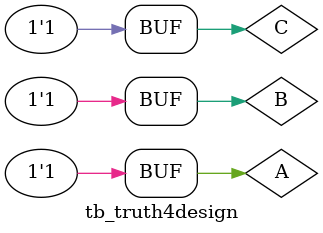
<source format=v>
module tb_truth4design();
reg A,B,C;
wire OUT;
truth4design m1(A,B,C,OUT);
initial begin
 $monitor("A=%b,B=%b,C=%b,OUT=%b",A,B,C,OUT);
 
A=0;B=0;C=0;

#20;
A=0;B=0;C=1;
#20;
A=0;B=1;C=0;
#20;
A=0;B=1;C=1;
#20;
A=1;B=0;C=0;
#20;
A=1;B=0;C=1;
#20;
A=1;B=1;C=0;
#20;
A=1;B=1;C=1;



end
endmodule

</source>
